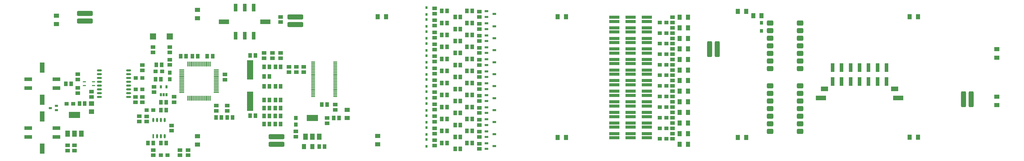
<source format=gtp>
G04*
G04 #@! TF.GenerationSoftware,Altium Limited,Altium Designer,18.1.9 (240)*
G04*
G04 Layer_Color=8421504*
%FSLAX42Y42*%
%MOMM*%
G71*
G01*
G75*
%ADD21R,0.70X1.05*%
%ADD22R,1.30X1.50*%
%ADD23R,1.50X1.30*%
%ADD24R,0.60X1.45*%
%ADD25O,0.60X1.45*%
%ADD26R,1.40X1.25*%
%ADD27R,1.10X1.30*%
%ADD28R,1.25X1.40*%
%ADD29R,1.35X1.80*%
%ADD30R,1.80X1.35*%
%ADD31R,1.20X0.70*%
%ADD32R,1.50X2.15*%
%ADD33R,3.80X2.15*%
%ADD34R,3.43X1.65*%
%ADD35R,1.27X2.54*%
%ADD36R,2.45X1.60*%
%ADD37R,1.27X2.92*%
G04:AMPARAMS|DCode=38|XSize=5.33mm|YSize=1.65mm|CornerRadius=0.41mm|HoleSize=0mm|Usage=FLASHONLY|Rotation=270.000|XOffset=0mm|YOffset=0mm|HoleType=Round|Shape=RoundedRectangle|*
%AMROUNDEDRECTD38*
21,1,5.33,0.83,0,0,270.0*
21,1,4.51,1.65,0,0,270.0*
1,1,0.83,-0.41,-2.25*
1,1,0.83,-0.41,2.25*
1,1,0.83,0.41,2.25*
1,1,0.83,0.41,-2.25*
%
%ADD38ROUNDEDRECTD38*%
G04:AMPARAMS|DCode=39|XSize=5.33mm|YSize=1.65mm|CornerRadius=0.41mm|HoleSize=0mm|Usage=FLASHONLY|Rotation=180.000|XOffset=0mm|YOffset=0mm|HoleType=Round|Shape=RoundedRectangle|*
%AMROUNDEDRECTD39*
21,1,5.33,0.83,0,0,180.0*
21,1,4.51,1.65,0,0,180.0*
1,1,0.83,-2.25,0.41*
1,1,0.83,2.25,0.41*
1,1,0.83,2.25,-0.41*
1,1,0.83,-2.25,-0.41*
%
%ADD39ROUNDEDRECTD39*%
%ADD40O,1.65X0.70*%
%ADD41R,1.10X0.70*%
%ADD42R,1.82X1.39*%
%ADD43R,1.39X1.82*%
%ADD44R,1.80X0.30*%
%ADD45O,1.80X0.30*%
%ADD46O,0.30X1.80*%
%ADD47R,3.40X1.10*%
%ADD48R,2.54X1.27*%
%ADD49R,1.65X3.43*%
G04:AMPARAMS|DCode=50|XSize=2.2mm|YSize=1.75mm|CornerRadius=0.44mm|HoleSize=0mm|Usage=FLASHONLY|Rotation=0.000|XOffset=0mm|YOffset=0mm|HoleType=Round|Shape=RoundedRectangle|*
%AMROUNDEDRECTD50*
21,1,2.20,0.88,0,0,0.0*
21,1,1.33,1.75,0,0,0.0*
1,1,0.88,0.66,-0.44*
1,1,0.88,-0.66,-0.44*
1,1,0.88,-0.66,0.44*
1,1,0.88,0.66,0.44*
%
%ADD50ROUNDEDRECTD50*%
%ADD51R,2.00X2.00*%
%ADD52O,1.50X0.35*%
%ADD53R,2.00X6.50*%
%ADD54R,0.65X0.85*%
%ADD55R,1.70X1.60*%
%ADD56R,1.05X0.40*%
D21*
X14705Y12397D02*
D03*
X14895D02*
D03*
Y12132D02*
D03*
X14800D02*
D03*
X14705D02*
D03*
D22*
X24060Y14935D02*
D03*
X24240D02*
D03*
X24060Y14534D02*
D03*
X24240D02*
D03*
X24060Y14132D02*
D03*
X24240D02*
D03*
X24060Y13731D02*
D03*
X24240D02*
D03*
X24060Y13330D02*
D03*
X24240D02*
D03*
X24060Y12928D02*
D03*
X24240D02*
D03*
X24060Y12527D02*
D03*
X24240D02*
D03*
X24060Y12126D02*
D03*
X24240D02*
D03*
X24060Y11724D02*
D03*
X24240D02*
D03*
X24060Y11323D02*
D03*
X24240D02*
D03*
X24060Y10921D02*
D03*
X24240D02*
D03*
X24060Y10520D02*
D03*
X24240D02*
D03*
X15365Y13423D02*
D03*
X15545D02*
D03*
X17855Y13445D02*
D03*
X17675D02*
D03*
X15935Y13423D02*
D03*
X15755D02*
D03*
X14449Y10521D02*
D03*
X14270D02*
D03*
X14884Y11615D02*
D03*
X14704D02*
D03*
X14705Y11885D02*
D03*
X14885D02*
D03*
X20160Y10402D02*
D03*
X19980D02*
D03*
X20063Y11805D02*
D03*
X20243D02*
D03*
X16430Y13423D02*
D03*
X16250D02*
D03*
X17855Y11435D02*
D03*
X17675D02*
D03*
X24682Y14738D02*
D03*
X24507D02*
D03*
X24682Y14330D02*
D03*
X24507D02*
D03*
X24682Y13929D02*
D03*
X24507D02*
D03*
X24682Y13528D02*
D03*
X24507D02*
D03*
X24682Y13127D02*
D03*
X24507D02*
D03*
X24682Y12726D02*
D03*
X24507D02*
D03*
X24682Y12325D02*
D03*
X24507D02*
D03*
X24682Y11924D02*
D03*
X24507D02*
D03*
X24682Y11523D02*
D03*
X24507D02*
D03*
X24682Y11122D02*
D03*
X24507D02*
D03*
X24682Y10721D02*
D03*
X24507D02*
D03*
X24682Y10320D02*
D03*
X24507D02*
D03*
X25073Y14935D02*
D03*
X24898D02*
D03*
X25073Y14534D02*
D03*
X24898D02*
D03*
X25073Y14132D02*
D03*
X24898D02*
D03*
X25073Y13731D02*
D03*
X24898D02*
D03*
X25073Y13330D02*
D03*
X24898D02*
D03*
X25073Y12928D02*
D03*
X24898D02*
D03*
X25073Y12527D02*
D03*
X24898D02*
D03*
X25073Y12126D02*
D03*
X24898D02*
D03*
X25073Y11724D02*
D03*
X24898D02*
D03*
X25073Y11323D02*
D03*
X24898D02*
D03*
X25073Y10921D02*
D03*
X24898D02*
D03*
X25073Y10520D02*
D03*
X24898D02*
D03*
X20638Y11359D02*
D03*
X20463D02*
D03*
X14729Y13130D02*
D03*
X14554D02*
D03*
X18318Y11151D02*
D03*
X18143D02*
D03*
X18518D02*
D03*
X18693D02*
D03*
X18321Y12745D02*
D03*
X18146D02*
D03*
X18320Y11420D02*
D03*
X18145D02*
D03*
X18519D02*
D03*
X18694D02*
D03*
X18320Y11690D02*
D03*
X18145D02*
D03*
X18519D02*
D03*
X18694D02*
D03*
X18321Y11960D02*
D03*
X18146D02*
D03*
X18520D02*
D03*
X18695D02*
D03*
X18146Y12413D02*
D03*
X18321D02*
D03*
X18520D02*
D03*
X18695D02*
D03*
X18321Y13070D02*
D03*
X18146D02*
D03*
X18520D02*
D03*
X18695D02*
D03*
X14879Y10521D02*
D03*
X14704D02*
D03*
X14530Y12655D02*
D03*
X14705D02*
D03*
X11993Y11835D02*
D03*
X12168D02*
D03*
X11535Y12502D02*
D03*
X11715D02*
D03*
X16545Y11375D02*
D03*
X16720D02*
D03*
X17093D02*
D03*
X16918D02*
D03*
D23*
X23827Y14845D02*
D03*
Y15025D02*
D03*
Y14444D02*
D03*
Y14624D02*
D03*
Y14042D02*
D03*
Y14222D02*
D03*
Y13641D02*
D03*
Y13821D02*
D03*
X16840Y12635D02*
D03*
Y12815D02*
D03*
X15145Y11885D02*
D03*
Y12065D02*
D03*
X16918Y11595D02*
D03*
Y11775D02*
D03*
X14440Y13727D02*
D03*
Y13548D02*
D03*
X16548Y11595D02*
D03*
Y11775D02*
D03*
X13860Y12058D02*
D03*
Y11878D02*
D03*
X12395Y12058D02*
D03*
Y12239D02*
D03*
X11825Y10261D02*
D03*
Y10441D02*
D03*
X13985Y11415D02*
D03*
Y11235D02*
D03*
X23827Y13240D02*
D03*
Y13420D02*
D03*
Y12838D02*
D03*
Y13018D02*
D03*
Y12437D02*
D03*
Y12617D02*
D03*
Y12036D02*
D03*
Y12216D02*
D03*
Y11634D02*
D03*
Y11814D02*
D03*
Y11233D02*
D03*
Y11413D02*
D03*
Y10831D02*
D03*
Y11011D02*
D03*
Y10430D02*
D03*
Y10610D02*
D03*
X20245Y11179D02*
D03*
Y11359D02*
D03*
X19465Y13070D02*
D03*
Y12890D02*
D03*
X19220Y13070D02*
D03*
Y12890D02*
D03*
X18970Y13070D02*
D03*
Y12890D02*
D03*
X14475Y12220D02*
D03*
Y12400D02*
D03*
X31745Y14725D02*
D03*
Y14550D02*
D03*
Y14370D02*
D03*
Y14195D02*
D03*
Y14018D02*
D03*
Y13843D02*
D03*
X25315Y11924D02*
D03*
Y12099D02*
D03*
Y11523D02*
D03*
Y11698D02*
D03*
Y11122D02*
D03*
Y11297D02*
D03*
Y10721D02*
D03*
Y10896D02*
D03*
Y10320D02*
D03*
Y10495D02*
D03*
X31745Y13665D02*
D03*
Y13490D02*
D03*
Y13312D02*
D03*
Y13138D02*
D03*
Y12960D02*
D03*
Y12785D02*
D03*
Y12605D02*
D03*
Y12430D02*
D03*
Y12250D02*
D03*
Y12075D02*
D03*
Y11895D02*
D03*
Y11720D02*
D03*
Y11540D02*
D03*
Y11365D02*
D03*
Y11188D02*
D03*
Y11012D02*
D03*
Y10835D02*
D03*
Y10660D02*
D03*
X25315Y14738D02*
D03*
Y14913D02*
D03*
Y14330D02*
D03*
Y14505D02*
D03*
Y13929D02*
D03*
Y14104D02*
D03*
Y13528D02*
D03*
Y13703D02*
D03*
Y13127D02*
D03*
Y13302D02*
D03*
Y12726D02*
D03*
Y12901D02*
D03*
Y12325D02*
D03*
Y12500D02*
D03*
X11935Y12361D02*
D03*
Y12186D02*
D03*
X20510Y11805D02*
D03*
X20513Y11630D02*
D03*
X19200Y10904D02*
D03*
Y10729D02*
D03*
X15000Y13727D02*
D03*
Y13552D02*
D03*
X15001Y13130D02*
D03*
Y13305D02*
D03*
X14085Y12058D02*
D03*
Y11883D02*
D03*
Y12948D02*
D03*
Y13123D02*
D03*
X14449Y10110D02*
D03*
Y10285D02*
D03*
X14229Y11410D02*
D03*
Y11235D02*
D03*
X15060Y10930D02*
D03*
Y11105D02*
D03*
X15340Y10110D02*
D03*
Y10285D02*
D03*
X15610D02*
D03*
Y10110D02*
D03*
X18146Y13532D02*
D03*
Y13357D02*
D03*
X18421Y13532D02*
D03*
Y13357D02*
D03*
X18695Y13532D02*
D03*
Y13357D02*
D03*
Y14562D02*
D03*
Y14737D02*
D03*
X11935Y12821D02*
D03*
Y12646D02*
D03*
X11595Y10260D02*
D03*
Y10440D02*
D03*
D24*
X14449Y10745D02*
D03*
D25*
X14576D02*
D03*
X14703D02*
D03*
X14830D02*
D03*
X14449Y11290D02*
D03*
X14576D02*
D03*
X14703D02*
D03*
X14830D02*
D03*
D26*
X31548Y14550D02*
D03*
X31328D02*
D03*
Y14195D02*
D03*
X31548D02*
D03*
Y13843D02*
D03*
X31328D02*
D03*
Y13490D02*
D03*
X31548D02*
D03*
Y13138D02*
D03*
X31328D02*
D03*
Y12785D02*
D03*
X31548D02*
D03*
Y12429D02*
D03*
X31328D02*
D03*
Y12075D02*
D03*
X31548D02*
D03*
Y11720D02*
D03*
X31328D02*
D03*
Y11365D02*
D03*
X31548D02*
D03*
Y11012D02*
D03*
X31328D02*
D03*
Y10660D02*
D03*
X31548D02*
D03*
X14085Y12692D02*
D03*
X13865D02*
D03*
Y12311D02*
D03*
X14085D02*
D03*
X14704Y10110D02*
D03*
X14924D02*
D03*
X14448Y11615D02*
D03*
X14228D02*
D03*
X14750Y12912D02*
D03*
X14530D02*
D03*
X11782Y11833D02*
D03*
X11562D02*
D03*
D27*
X34710Y14270D02*
D03*
Y14540D02*
D03*
D28*
X19199Y11139D02*
D03*
Y11359D02*
D03*
X15001Y12655D02*
D03*
Y12875D02*
D03*
D29*
X39925Y14740D02*
D03*
X39645D02*
D03*
X33925Y14920D02*
D03*
X34205D02*
D03*
X27925Y14740D02*
D03*
X28205D02*
D03*
X21925Y14745D02*
D03*
X22205D02*
D03*
X28205Y10700D02*
D03*
X27925D02*
D03*
X34205D02*
D03*
X33925D02*
D03*
X39925Y10710D02*
D03*
X39645D02*
D03*
X19469Y10402D02*
D03*
X19749D02*
D03*
D30*
X15925Y14690D02*
D03*
Y14970D02*
D03*
X11225Y14500D02*
D03*
Y14780D02*
D03*
X15925Y10470D02*
D03*
Y10750D02*
D03*
X21925Y10755D02*
D03*
Y10475D02*
D03*
X42555Y13375D02*
D03*
Y13655D02*
D03*
Y12065D02*
D03*
Y11785D02*
D03*
D31*
X25817Y14425D02*
D03*
X25552Y14330D02*
D03*
Y14520D02*
D03*
Y14119D02*
D03*
Y13929D02*
D03*
X25817Y14024D02*
D03*
Y13623D02*
D03*
X25552Y13528D02*
D03*
Y13718D02*
D03*
Y13317D02*
D03*
Y13127D02*
D03*
X25817Y13222D02*
D03*
Y12821D02*
D03*
X25552Y12726D02*
D03*
Y12916D02*
D03*
Y12515D02*
D03*
Y12325D02*
D03*
X25817Y12420D02*
D03*
Y12019D02*
D03*
X25552Y11924D02*
D03*
Y12114D02*
D03*
Y11713D02*
D03*
Y11523D02*
D03*
X25817Y11618D02*
D03*
Y11217D02*
D03*
X25552Y11122D02*
D03*
Y11312D02*
D03*
Y10911D02*
D03*
Y10721D02*
D03*
X25817Y10816D02*
D03*
Y10415D02*
D03*
X25552Y10320D02*
D03*
Y10510D02*
D03*
Y14928D02*
D03*
Y14738D02*
D03*
X25817Y14833D02*
D03*
D32*
X19519Y10729D02*
D03*
X19749D02*
D03*
X19979D02*
D03*
X11595Y10830D02*
D03*
X11825D02*
D03*
X12055D02*
D03*
D33*
X19749Y11359D02*
D03*
X11825Y11460D02*
D03*
D34*
X16807Y14575D02*
D03*
X18184D02*
D03*
X39268Y12028D02*
D03*
X36692D02*
D03*
D35*
X17195Y14105D02*
D03*
X17495D02*
D03*
X17795D02*
D03*
Y15045D02*
D03*
X17495D02*
D03*
X17195D02*
D03*
D36*
X39150Y12330D02*
D03*
X36810D02*
D03*
D37*
X37080Y12575D02*
D03*
X37380D02*
D03*
X37680D02*
D03*
X37980D02*
D03*
X38280D02*
D03*
X38580D02*
D03*
X38880D02*
D03*
Y13038D02*
D03*
X38580D02*
D03*
X38280D02*
D03*
X37980D02*
D03*
X37680D02*
D03*
X37380D02*
D03*
X37080D02*
D03*
D38*
X33239Y13659D02*
D03*
X32985D02*
D03*
X41446Y11981D02*
D03*
X41700D02*
D03*
D39*
X18554Y10475D02*
D03*
Y10729D02*
D03*
X12171Y14855D02*
D03*
Y14601D02*
D03*
X19186Y14481D02*
D03*
Y14735D02*
D03*
D40*
X13632Y12058D02*
D03*
Y12186D02*
D03*
Y12312D02*
D03*
Y12439D02*
D03*
Y12567D02*
D03*
Y12693D02*
D03*
Y12821D02*
D03*
Y12948D02*
D03*
X12657Y12058D02*
D03*
Y12186D02*
D03*
Y12312D02*
D03*
Y12439D02*
D03*
Y12567D02*
D03*
Y12693D02*
D03*
Y12821D02*
D03*
Y12948D02*
D03*
D41*
X11025Y11690D02*
D03*
X11225Y11760D02*
D03*
Y11620D02*
D03*
D42*
X20915Y11630D02*
D03*
Y11359D02*
D03*
D43*
X34439Y14775D02*
D03*
X34711D02*
D03*
X31989Y10835D02*
D03*
X32261D02*
D03*
X31989Y11188D02*
D03*
X32261D02*
D03*
X31989Y11540D02*
D03*
X32261D02*
D03*
X31989Y11895D02*
D03*
X32261D02*
D03*
X31989Y12250D02*
D03*
X32261D02*
D03*
X31989Y12605D02*
D03*
X32261D02*
D03*
X31989Y12960D02*
D03*
X32261D02*
D03*
X31989Y13312D02*
D03*
X32261D02*
D03*
X31989Y13665D02*
D03*
X32261D02*
D03*
X31989Y14018D02*
D03*
X32261D02*
D03*
X31989Y14370D02*
D03*
X32261D02*
D03*
X31989Y14725D02*
D03*
X32261D02*
D03*
X31989Y10478D02*
D03*
X32261D02*
D03*
D44*
X16548Y12215D02*
D03*
D45*
Y12265D02*
D03*
Y12315D02*
D03*
Y12365D02*
D03*
Y12415D02*
D03*
Y12465D02*
D03*
Y12515D02*
D03*
Y12565D02*
D03*
Y12615D02*
D03*
Y12665D02*
D03*
Y12715D02*
D03*
Y12765D02*
D03*
Y12815D02*
D03*
Y12865D02*
D03*
Y12915D02*
D03*
Y12965D02*
D03*
X15402D02*
D03*
Y12915D02*
D03*
Y12865D02*
D03*
Y12815D02*
D03*
Y12765D02*
D03*
Y12715D02*
D03*
Y12665D02*
D03*
Y12615D02*
D03*
Y12565D02*
D03*
Y12515D02*
D03*
Y12465D02*
D03*
Y12415D02*
D03*
Y12365D02*
D03*
Y12315D02*
D03*
Y12265D02*
D03*
Y12215D02*
D03*
D46*
X16350Y13162D02*
D03*
X16300D02*
D03*
X16250D02*
D03*
X16200D02*
D03*
X16150D02*
D03*
X16100D02*
D03*
X16050D02*
D03*
X16000D02*
D03*
X15950D02*
D03*
X15900D02*
D03*
X15850D02*
D03*
X15800D02*
D03*
X15750D02*
D03*
X15700D02*
D03*
X15650D02*
D03*
X15600D02*
D03*
Y12018D02*
D03*
X15650D02*
D03*
X15700D02*
D03*
X15750D02*
D03*
X15800D02*
D03*
X15850D02*
D03*
X15900D02*
D03*
X15950D02*
D03*
X16000D02*
D03*
X16050D02*
D03*
X16100D02*
D03*
X16150D02*
D03*
X16200D02*
D03*
X16250D02*
D03*
X16300D02*
D03*
X16350D02*
D03*
D47*
X30890Y10835D02*
D03*
Y10696D02*
D03*
Y14725D02*
D03*
Y14586D02*
D03*
Y14370D02*
D03*
Y14231D02*
D03*
Y14018D02*
D03*
Y13879D02*
D03*
Y13665D02*
D03*
Y13526D02*
D03*
Y13312D02*
D03*
Y13174D02*
D03*
Y12960D02*
D03*
Y12821D02*
D03*
Y12605D02*
D03*
Y12466D02*
D03*
Y12250D02*
D03*
Y12111D02*
D03*
Y11895D02*
D03*
Y11756D02*
D03*
Y11540D02*
D03*
Y11401D02*
D03*
Y11188D02*
D03*
Y11049D02*
D03*
X29810Y14725D02*
D03*
Y14586D02*
D03*
Y14370D02*
D03*
Y14231D02*
D03*
Y14018D02*
D03*
Y13879D02*
D03*
Y13665D02*
D03*
Y13526D02*
D03*
Y13312D02*
D03*
Y13174D02*
D03*
Y12960D02*
D03*
Y12821D02*
D03*
Y12605D02*
D03*
Y12466D02*
D03*
Y12250D02*
D03*
Y12111D02*
D03*
Y11895D02*
D03*
Y11756D02*
D03*
Y11540D02*
D03*
Y11401D02*
D03*
Y11188D02*
D03*
Y11049D02*
D03*
Y10835D02*
D03*
Y10696D02*
D03*
X30350Y14725D02*
D03*
Y14586D02*
D03*
Y14370D02*
D03*
Y14231D02*
D03*
Y14018D02*
D03*
Y13879D02*
D03*
Y13665D02*
D03*
Y13526D02*
D03*
Y13312D02*
D03*
Y13174D02*
D03*
Y12960D02*
D03*
Y12821D02*
D03*
Y12605D02*
D03*
Y12466D02*
D03*
Y12250D02*
D03*
Y12111D02*
D03*
Y11895D02*
D03*
Y11756D02*
D03*
Y11540D02*
D03*
Y11401D02*
D03*
Y11188D02*
D03*
Y11049D02*
D03*
Y10835D02*
D03*
Y10696D02*
D03*
D48*
X11225Y11020D02*
D03*
Y10720D02*
D03*
X10285Y11020D02*
D03*
Y10720D02*
D03*
Y12655D02*
D03*
Y12355D02*
D03*
X11225Y12655D02*
D03*
Y12355D02*
D03*
D49*
X10755Y11408D02*
D03*
Y10332D02*
D03*
Y13043D02*
D03*
Y11967D02*
D03*
D50*
X36000Y12432D02*
D03*
Y12178D02*
D03*
Y11924D02*
D03*
Y11670D02*
D03*
Y11416D02*
D03*
Y11162D02*
D03*
Y10908D02*
D03*
X35000D02*
D03*
Y11162D02*
D03*
Y11416D02*
D03*
Y11670D02*
D03*
Y11924D02*
D03*
Y12178D02*
D03*
Y12432D02*
D03*
X36000Y14532D02*
D03*
Y14278D02*
D03*
Y14024D02*
D03*
Y13770D02*
D03*
Y13516D02*
D03*
Y13262D02*
D03*
Y13008D02*
D03*
X35000D02*
D03*
Y13262D02*
D03*
Y13516D02*
D03*
Y13770D02*
D03*
Y14024D02*
D03*
Y14278D02*
D03*
Y14532D02*
D03*
D51*
X14440Y14080D02*
D03*
X14999D02*
D03*
D52*
X19778Y13225D02*
D03*
Y13175D02*
D03*
Y13125D02*
D03*
Y13075D02*
D03*
Y13025D02*
D03*
Y12975D02*
D03*
Y12925D02*
D03*
Y12875D02*
D03*
Y12825D02*
D03*
Y12775D02*
D03*
Y12725D02*
D03*
Y12675D02*
D03*
Y12625D02*
D03*
Y12575D02*
D03*
Y12525D02*
D03*
Y12475D02*
D03*
Y12425D02*
D03*
Y12375D02*
D03*
Y12325D02*
D03*
Y12275D02*
D03*
Y12225D02*
D03*
Y12175D02*
D03*
Y12125D02*
D03*
Y12075D02*
D03*
X20513Y13225D02*
D03*
Y13175D02*
D03*
Y13125D02*
D03*
Y13075D02*
D03*
Y13025D02*
D03*
Y12975D02*
D03*
Y12925D02*
D03*
Y12875D02*
D03*
Y12825D02*
D03*
Y12775D02*
D03*
Y12725D02*
D03*
Y12675D02*
D03*
Y12625D02*
D03*
Y12575D02*
D03*
Y12525D02*
D03*
Y12475D02*
D03*
Y12425D02*
D03*
Y12375D02*
D03*
Y12325D02*
D03*
Y12275D02*
D03*
Y12225D02*
D03*
Y12175D02*
D03*
Y12125D02*
D03*
Y12075D02*
D03*
D53*
X17675Y11915D02*
D03*
Y12965D02*
D03*
D54*
X23550Y11034D02*
D03*
Y10809D02*
D03*
Y10408D02*
D03*
Y10633D02*
D03*
Y15048D02*
D03*
Y14823D02*
D03*
Y14421D02*
D03*
Y14646D02*
D03*
Y14245D02*
D03*
Y14020D02*
D03*
Y13618D02*
D03*
Y13843D02*
D03*
Y13442D02*
D03*
Y13217D02*
D03*
Y12816D02*
D03*
Y13041D02*
D03*
Y12639D02*
D03*
Y12414D02*
D03*
Y12013D02*
D03*
Y12238D02*
D03*
Y11837D02*
D03*
Y11612D02*
D03*
Y11210D02*
D03*
Y11435D02*
D03*
D55*
X12395Y11835D02*
D03*
Y11565D02*
D03*
D56*
X12460Y12563D02*
D03*
Y12443D02*
D03*
X12155D02*
D03*
Y12563D02*
D03*
M02*

</source>
